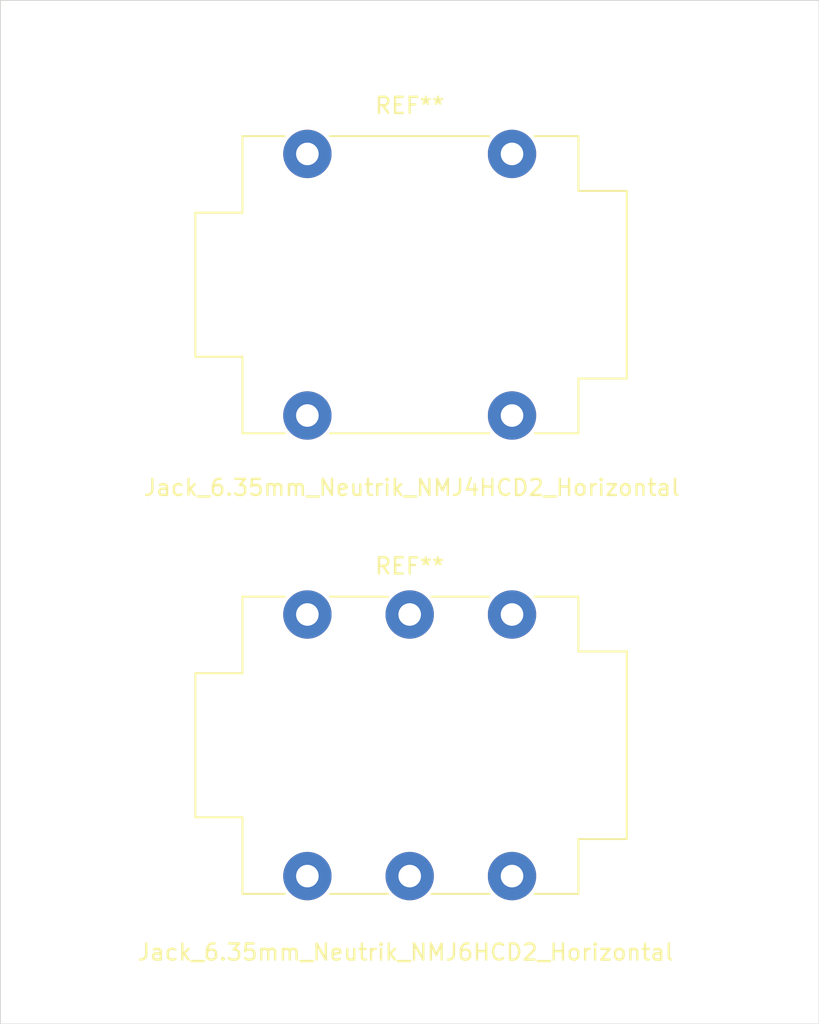
<source format=kicad_pcb>
(kicad_pcb (version 20221018) (generator pcbnew)
  (layers (0 "F.Cu" signal) (31 "B.Cu" signal) (34 "B.Paste" user) (35 "F.Paste" user) (36 "B.SilkS" user "B.Silkscreen") (37 "F.SilkS" user "F.Silkscreen") (38 "B.Mask" user) (39 "F.Mask" user) (44 "Edge.Cuts" user))
  (net 0 "")
  (footprint "Connector_Audio:Jack_6.35mm_Neutrik_NMJ6HCD2_Horizontal" (layer "F.Cu") (at 19.05 -25.4)
    (fp_text reference "REF**" (at 6.35 -3) (layer "F.SilkS"))
    (fp_text value "Jack_6.35mm_Neutrik_NMJ6HCD2_Horizontal")
    (fp_line (start -6.95 3.645) (end -4.03 3.645) (stroke (width 0.12)) (layer "F.SilkS"))
    (fp_line (start -6.95 12.545) (end -6.95 3.645) (stroke (width 0.12)) (layer "F.SilkS"))
    (fp_line (start -6.95 12.585) (end -4.03 12.585) (stroke (width 0.12)) (layer "F.SilkS"))
    (fp_line (start -4.03 -1.105) (end -1.4 -1.105) (stroke (width 0.12)) (layer "F.SilkS"))
    (fp_line (start -4.03 3.645) (end -4.03 -1.105) (stroke (width 0.12)) (layer "F.SilkS"))
    (fp_line (start -4.03 17.335) (end -4.03 12.585) (stroke (width 0.12)) (layer "F.SilkS"))
    (fp_line (start -1.4 17.335) (end -4.03 17.335) (stroke (width 0.12)) (layer "F.SilkS"))
    (fp_line (start 1.4 -1.105) (end 5 -1.105) (stroke (width 0.12)) (layer "F.SilkS"))
    (fp_line (start 5 17.335) (end 1.4 17.335) (stroke (width 0.12)) (layer "F.SilkS"))
    (fp_line (start 7.7 -1.105) (end 11.3 -1.105) (stroke (width 0.12)) (layer "F.SilkS"))
    (fp_line (start 11.3 17.335) (end 7.7 17.335) (stroke (width 0.12)) (layer "F.SilkS"))
    (fp_line (start 16.82 -1.105) (end 14.1 -1.105) (stroke (width 0.12)) (layer "F.SilkS"))
    (fp_line (start 16.82 2.295) (end 16.82 -1.105) (stroke (width 0.12)) (layer "F.SilkS"))
    (fp_line (start 16.82 2.295) (end 19.82 2.295) (stroke (width 0.12)) (layer "F.SilkS"))
    (fp_line (start 16.82 13.935) (end 19.82 13.935) (stroke (width 0.12)) (layer "F.SilkS"))
    (fp_line (start 16.82 17.335) (end 14.1 17.335) (stroke (width 0.12)) (layer "F.SilkS"))
    (fp_line (start 16.82 17.335) (end 16.82 13.935) (stroke (width 0.12)) (layer "F.SilkS"))
    (fp_line (start 19.82 13.935) (end 19.82 2.295) (stroke (width 0.12)) (layer "F.SilkS"))
    (pad "R" thru_hole circle (at 6.35 0) (size 3 3) (drill 1.4) (layers "*.Cu" "*.Mask"))
    (pad "RN" thru_hole circle (at 6.35 16.23) (size 3 3) (drill 1.4) (layers "*.Cu" "*.Mask"))
    (pad "S" thru_hole circle (at 12.7 0) (size 3 3) (drill 1.4) (layers "*.Cu" "*.Mask"))
    (pad "SN" thru_hole circle (at 12.7 16.23) (size 3 3) (drill 1.4) (layers "*.Cu" "*.Mask"))
    (pad "T" thru_hole circle (at 0 0) (size 3 3) (drill 1.4) (layers "*.Cu" "*.Mask"))
    (pad "TN" thru_hole circle (at 0 16.23) (size 3 3) (drill 1.4) (layers "*.Cu" "*.Mask"))
  )
  (footprint "Connector_Audio:Jack_6.35mm_Neutrik_NMJ4HCD2_Horizontal" (layer "F.Cu") (at 19.05 -53.975)
    (fp_text reference "REF**" (at 6.35 -3) (layer "F.SilkS"))
    (fp_text value "Jack_6.35mm_Neutrik_NMJ4HCD2_Horizontal")
    (fp_line (start -6.95 3.645) (end -4.03 3.645) (stroke (width 0.12)) (layer "F.SilkS"))
    (fp_line (start -6.95 12.545) (end -6.95 3.645) (stroke (width 0.12)) (layer "F.SilkS"))
    (fp_line (start -6.95 12.585) (end -4.03 12.585) (stroke (width 0.12)) (layer "F.SilkS"))
    (fp_line (start -4.03 -1.105) (end -1.4 -1.105) (stroke (width 0.12)) (layer "F.SilkS"))
    (fp_line (start -4.03 3.645) (end -4.03 -1.105) (stroke (width 0.12)) (layer "F.SilkS"))
    (fp_line (start -4.03 17.335) (end -4.03 12.585) (stroke (width 0.12)) (layer "F.SilkS"))
    (fp_line (start -1.4 17.335) (end -4.03 17.335) (stroke (width 0.12)) (layer "F.SilkS"))
    (fp_line (start 1.4 -1.105) (end 11.3 -1.105) (stroke (width 0.12)) (layer "F.SilkS"))
    (fp_line (start 11.3 17.335) (end 1.4 17.335) (stroke (width 0.12)) (layer "F.SilkS"))
    (fp_line (start 16.82 -1.105) (end 14.1 -1.105) (stroke (width 0.12)) (layer "F.SilkS"))
    (fp_line (start 16.82 2.295) (end 16.82 -1.105) (stroke (width 0.12)) (layer "F.SilkS"))
    (fp_line (start 16.82 2.295) (end 19.82 2.295) (stroke (width 0.12)) (layer "F.SilkS"))
    (fp_line (start 16.82 13.935) (end 19.82 13.935) (stroke (width 0.12)) (layer "F.SilkS"))
    (fp_line (start 16.82 17.335) (end 14.1 17.335) (stroke (width 0.12)) (layer "F.SilkS"))
    (fp_line (start 16.82 17.335) (end 16.82 13.935) (stroke (width 0.12)) (layer "F.SilkS"))
    (fp_line (start 19.82 13.935) (end 19.82 2.295) (stroke (width 0.12)) (layer "F.SilkS"))
    (pad "S" thru_hole circle (at 12.7 0) (size 3 3) (drill 1.4) (layers "*.Cu" "*.Mask"))
    (pad "SN" thru_hole circle (at 12.7 16.23) (size 3 3) (drill 1.4) (layers "*.Cu" "*.Mask"))
    (pad "T" thru_hole circle (at 0 0) (size 3 3) (drill 1.4) (layers "*.Cu" "*.Mask"))
    (pad "TN" thru_hole circle (at 0 16.23) (size 3 3) (drill 1.4) (layers "*.Cu" "*.Mask"))
  )
  (gr_rect (start 0 -63.5) (end 50.8 0) (stroke (width 0.05)) (fill none) (layer "Edge.Cuts"))
  (gr_text "Jack_6.35mm_Neutrik_NMJ6HCD2_Horizontal" (at 25.146 -4.445) (layer "F.SilkS") (effects (font (size 1 1))))
  (gr_text "Jack_6.35mm_Neutrik_NMJ4HCD2_Horizontal" (at 25.527 -33.274) (layer "F.SilkS") (effects (font (size 1 1))))
)
</source>
